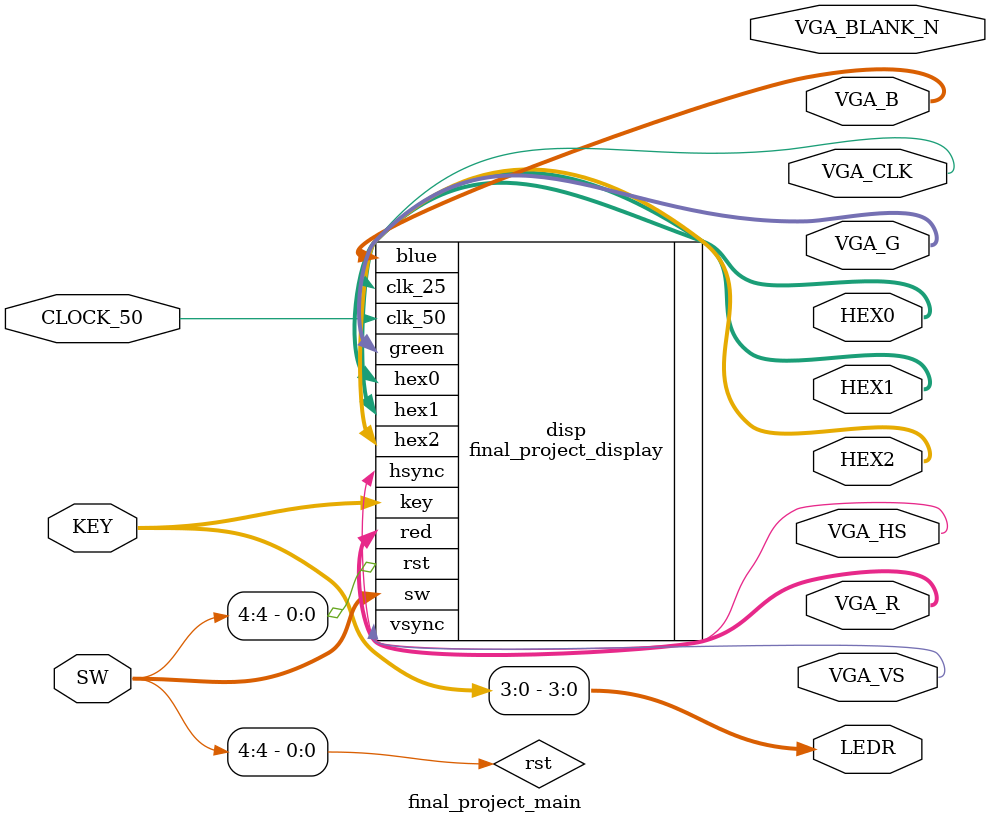
<source format=v>
module final_project_main (CLOCK_50, KEY, SW, LEDR, HEX0, HEX1, HEX2, VGA_CLK, VGA_HS, VGA_VS, VGA_R, VGA_G, VGA_B, VGA_BLANK_N);

	input CLOCK_50;
	input [9:0]SW;
	input [3:0]KEY;
	output [6:0] HEX0;
	output [6:0] HEX1;
	output [6:0] HEX2;
	output [9:0]LEDR;

	output VGA_CLK, VGA_HS, VGA_VS;
	output [7:0]VGA_R;
	output [7:0]VGA_G;
	output [7:0]VGA_B;
	output VGA_BLANK_N;

	wire rst;
	assign rst = SW[4];

	wire [2:0]colour;
	wire [7:0]x;
	wire [6:0]y;
	wire [2:0] first_three_sw;
	wire writteEn;

	final_project_display disp (
		.clk_50(CLOCK_50),
		.rst(rst),
		.key(KEY),
		.sw(SW),
		.hex0(HEX0),
		.hex1(HEX1),
		.hex2(HEX2),
		.clk_25(VGA_CLK),
		.hsync(VGA_HS),
		.vsync(VGA_VS),
		.red(VGA_R),
		.green(VGA_G),
		.blue(VGA_B));
		
	
//	wire en_count, draw, erase, reset_counter, reset_draw, done_wait, done_flag, en_delay;
//	reg [2:0] S;
//	reg [2:0] NS;
	assign LEDR[3:0] = KEY[3:0];
//	reg en_draw, en_play;
//	
//	localparam IDLE = 3'b000,
//		DRAW = 3'b001,
//		WAIT = 3'b010,
//		PLAY = 3'b011,
//		ERASE = 3'b100,
//		UPDATE = 3'b101;
//		
//	always @(posedge CLOCK_50 or negedge rst) begin
//		if (rst == 1'b1)
//			S <= IDLE;
//		else
//			S <= NS;
//	end
//	
//	always @(*) begin
//		case(S)
//			IDLE: NS = SW[0] ? DRAW : IDLE;
//			DRAW: NS = ~SW[0] ? PLAY : IDLE;
//			WAIT: NS = SW[1] ? PLAY : IDLE;
//			PLAY: NS = ~SW[1] ? ERASE : PLAY;
//			ERASE: NS = UPDATE;
//			UPDATE: NS = DRAW;
//		endcase
//	end
//	
//	always @(*) begin
//		en_draw = 1'b0;
//		en_play = 1'b0;
//		case(S)
//			IDLE: begin
//				en_draw = 1'b0;
//				en_play = 1'b0;
//			end
//			DRAW: begin
//				en_draw = 1'b1;
//				en_play = 1'b0;
//			end
//			WAIT: begin
//				en_draw = 1'b0;
//				en_play = 1'b0;
//			end
//			PLAY: begin
//				en_draw = 1'b0;
//				en_play = 1'b1;
//			end
//			ERASE: begin
//				en_draw = 1'b0;
//				en_play = 1'b0;
//			end
//			UPDATE: begin
//				en_draw = 1'b0;
//				en_play = 1'b0;
//			end
//		endcase
//	end	
	
	// 1 state for DRAW which draws the board but nothing else happens
	// 1 state for PLAY which drops the note(s) & lets you increment score
	// 1 state for ERASE/RST which clears the board
	// 1 state for UPDATE which brings us back to draw
	
	// DRAW relies on a switch to flip on to go to PLAY else remains at DRAW
	// PLAY requires the switch that flipped on to be flipped off to go to ERASE/RST else stay in play (if it wont let me do that then flip a different switch)
	// UPDATE will go to draw once all switches are off 
		
endmodule
</source>
